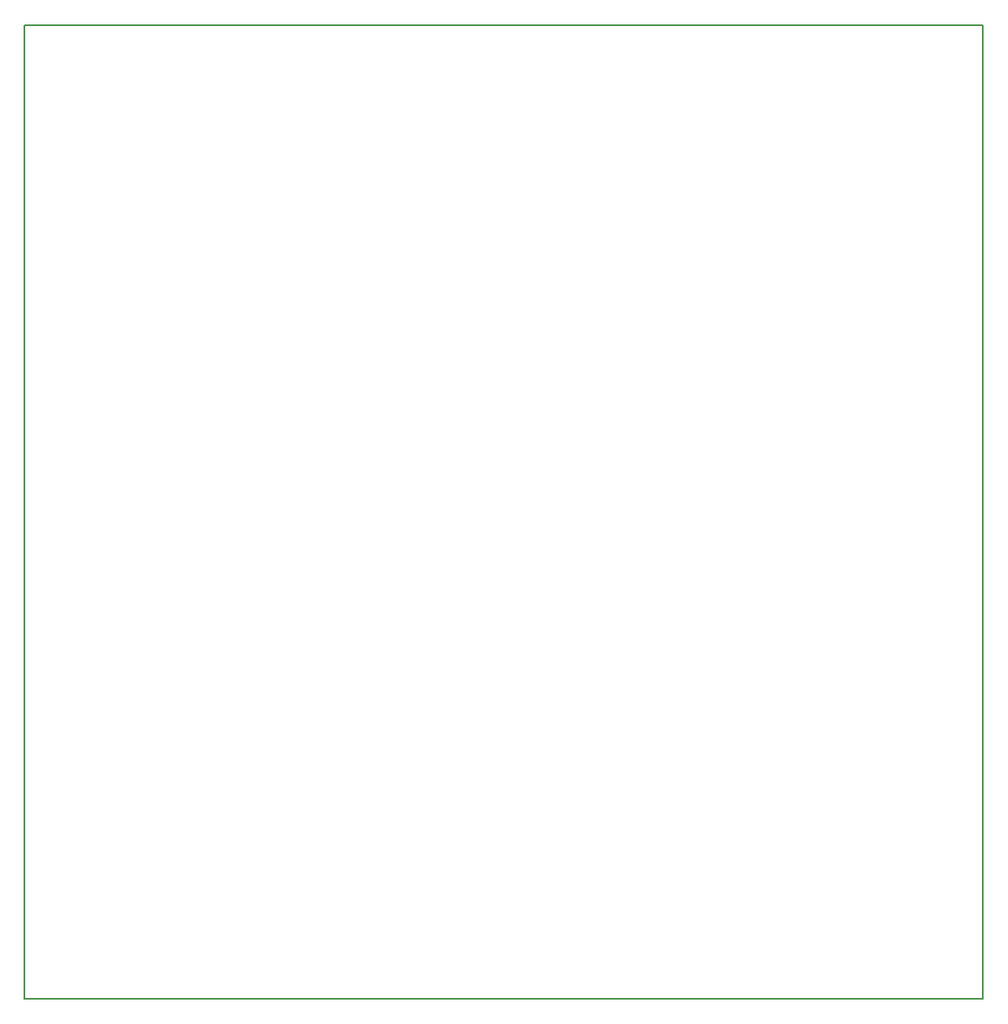
<source format=gbr>
G04 #@! TF.FileFunction,Profile,NP*
%FSLAX46Y46*%
G04 Gerber Fmt 4.6, Leading zero omitted, Abs format (unit mm)*
G04 Created by KiCad (PCBNEW 4.0.7) date 02/19/18 21:13:59*
%MOMM*%
%LPD*%
G01*
G04 APERTURE LIST*
%ADD10C,0.100000*%
%ADD11C,0.150000*%
G04 APERTURE END LIST*
D10*
D11*
X46482000Y-143510000D02*
X46482000Y-45466000D01*
X143002000Y-143510000D02*
X46482000Y-143510000D01*
X143002000Y-45466000D02*
X143002000Y-143510000D01*
X46482000Y-45466000D02*
X143002000Y-45466000D01*
M02*

</source>
